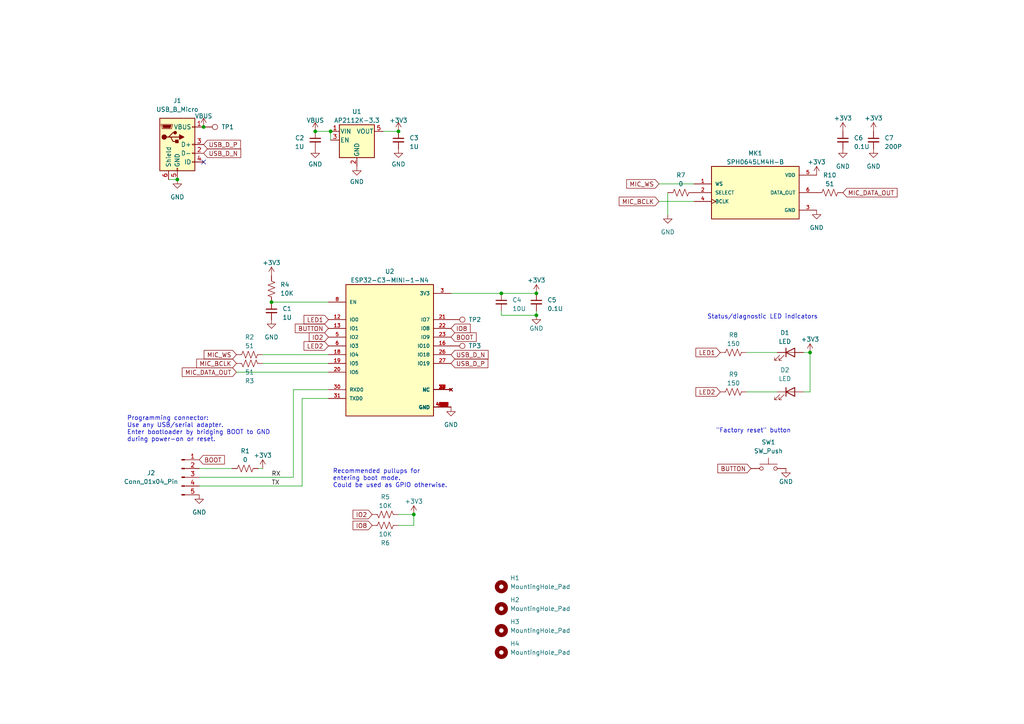
<source format=kicad_sch>
(kicad_sch (version 20230121) (generator eeschema)
  (paper "A4")
  (title_block (title "Noisemeter Device") (date "2024-01-10") (company "Civic Tech Toronto") (comment 1 "Drawn by Clyne Sullivan") (comment 2 "Released under the CERN Open Hardware License Version 2 - Strongly Reciprocal"))
  (lib_symbols
    (symbol "Connector:Conn_01x05_Pin" (pin_names (offset 1.016) hide)
      (property "Reference" "J" (at 0 7.62 0))
      (property "Value" "Conn_01x05_Pin" (at 0 -7.62 0))
      (symbol "Conn_01x05_Pin_1_1"
        (polyline (pts (xy 1.27 -5.08) (xy 0.8636 -5.08)) (stroke (width 0.1524)))
        (polyline (pts (xy 1.27 -2.54) (xy 0.8636 -2.54)) (stroke (width 0.1524)))
        (polyline (pts (xy 1.27 0) (xy 0.8636 0)) (stroke (width 0.1524)))
        (polyline (pts (xy 1.27 2.54) (xy 0.8636 2.54)) (stroke (width 0.1524)))
        (polyline (pts (xy 1.27 5.08) (xy 0.8636 5.08)) (stroke (width 0.1524)))
        (rectangle (start 0.8636 -4.953) (end 0 -5.207) (stroke (width 0.1524)) (fill (type outline)))
        (rectangle (start 0.8636 -2.413) (end 0 -2.667) (stroke (width 0.1524)) (fill (type outline)))
        (rectangle (start 0.8636 0.127) (end 0 -0.127) (stroke (width 0.1524)) (fill (type outline)))
        (rectangle (start 0.8636 2.667) (end 0 2.413) (stroke (width 0.1524)) (fill (type outline)))
        (rectangle (start 0.8636 5.207) (end 0 4.953) (stroke (width 0.1524)) (fill (type outline)))
        (pin passive line (at 5.08 5.08 180) (length 3.81) (name "Pin_1") (number "1"))
        (pin passive line (at 5.08 2.54 180) (length 3.81) (name "Pin_2") (number "2"))
        (pin passive line (at 5.08 0 180) (length 3.81) (name "Pin_3") (number "3"))
        (pin passive line (at 5.08 -2.54 180) (length 3.81) (name "Pin_4") (number "4"))
        (pin passive line (at 5.08 -5.08 180) (length 3.81) (name "Pin_5") (number "5"))
      )
    )
    (symbol "Connector:TestPoint" (pin_numbers hide) (pin_names (offset 0.762) hide)
      (property "Reference" "TP" (at 0 6.858 0))
      (property "Value" "TestPoint" (at 0 5.08 0))
      (symbol "TestPoint_0_1"
        (circle (center 0 3.302) (radius 0.762))
      )
      (symbol "TestPoint_1_1"
        (pin passive line (at 0 0 90) (length 2.54) (name "1") (number "1"))
      )
    )
    (symbol "Connector:USB_B_Micro" (pin_names (offset 1.016))
      (property "Reference" "J" (at -5.08 11.43 0))
      (property "Value" "USB_B_Micro" (at -5.08 8.89 0))
      (symbol "USB_B_Micro_0_1"
        (rectangle (start -5.08 -7.62) (end 5.08 7.62) (stroke (width 0.254)) (fill (type background)))
        (circle (center -3.81 2.159) (radius 0.635) (stroke (width 0.254)) (fill (type outline)))
        (circle (center -0.635 3.429) (radius 0.381) (stroke (width 0.254)) (fill (type outline)))
        (rectangle (start -0.127 -7.62) (end 0.127 -6.858))
        (polyline (pts (xy -1.905 2.159) (xy 0.635 2.159)) (stroke (width 0.254)))
        (polyline (pts (xy -3.175 2.159) (xy -2.54 2.159) (xy -1.27 3.429) (xy -0.635 3.429)) (stroke (width 0.254)))
        (polyline (pts (xy -2.54 2.159) (xy -1.905 2.159) (xy -1.27 0.889) (xy 0 0.889)) (stroke (width 0.254)))
        (polyline (pts (xy 0.635 2.794) (xy 0.635 1.524) (xy 1.905 2.159) (xy 0.635 2.794)) (stroke (width 0.254)) (fill (type outline)))
        (polyline (pts (xy -4.318 5.588) (xy -1.778 5.588) (xy -2.032 4.826) (xy -4.064 4.826) (xy -4.318 5.588)) (fill (type outline)))
        (polyline (pts (xy -4.699 5.842) (xy -4.699 5.588) (xy -4.445 4.826) (xy -4.445 4.572) (xy -1.651 4.572) (xy -1.651 4.826) (xy -1.397 5.588) (xy -1.397 5.842) (xy -4.699 5.842)))
        (rectangle (start 0.254 1.27) (end -0.508 0.508) (stroke (width 0.254)) (fill (type outline)))
        (rectangle (start 5.08 -5.207) (end 4.318 -4.953))
        (rectangle (start 5.08 -2.667) (end 4.318 -2.413))
        (rectangle (start 5.08 -0.127) (end 4.318 0.127))
        (rectangle (start 5.08 4.953) (end 4.318 5.207))
      )
      (symbol "USB_B_Micro_1_1"
        (pin power_out line (at 7.62 5.08 180) (length 2.54) (name "VBUS") (number "1"))
        (pin bidirectional line (at 7.62 -2.54 180) (length 2.54) (name "D-") (number "2"))
        (pin bidirectional line (at 7.62 0 180) (length 2.54) (name "D+") (number "3"))
        (pin passive line (at 7.62 -5.08 180) (length 2.54) (name "ID") (number "4"))
        (pin power_out line (at 0 -10.16 90) (length 2.54) (name "GND") (number "5"))
        (pin passive line (at -2.54 -10.16 90) (length 2.54) (name "Shield") (number "6"))
      )
    )
    (symbol "Device:C_Small" (pin_numbers hide) (pin_names (offset 0.254) hide)
      (property "Reference" "C" (at 0.254 1.778 0))
      (property "Value" "C_Small" (at 0.254 -2.032 0))
      (symbol "C_Small_0_1"
        (polyline (pts (xy -1.524 -0.508) (xy 1.524 -0.508)) (stroke (width 0.3302)))
        (polyline (pts (xy -1.524 0.508) (xy 1.524 0.508)) (stroke (width 0.3048)))
      )
      (symbol "C_Small_1_1"
        (pin passive line (at 0 2.54 270) (length 2.032) (name "~") (number "1"))
        (pin passive line (at 0 -2.54 90) (length 2.032) (name "~") (number "2"))
      )
    )
    (symbol "Device:LED" (pin_numbers hide) (pin_names (offset 1.016) hide)
      (property "Reference" "D" (at 0 2.54 0))
      (property "Value" "LED" (at 0 -2.54 0))
      (symbol "LED_0_1"
        (polyline (pts (xy -1.27 -1.27) (xy -1.27 1.27)) (stroke (width 0.254)))
        (polyline (pts (xy -1.27 0) (xy 1.27 0)))
        (polyline (pts (xy 1.27 -1.27) (xy 1.27 1.27) (xy -1.27 0) (xy 1.27 -1.27)) (stroke (width 0.254)))
        (polyline (pts (xy -3.048 -0.762) (xy -4.572 -2.286) (xy -3.81 -2.286) (xy -4.572 -2.286) (xy -4.572 -1.524)))
        (polyline (pts (xy -1.778 -0.762) (xy -3.302 -2.286) (xy -2.54 -2.286) (xy -3.302 -2.286) (xy -3.302 -1.524)))
      )
      (symbol "LED_1_1"
        (pin passive line (at -3.81 0 0) (length 2.54) (name "K") (number "1"))
        (pin passive line (at 3.81 0 180) (length 2.54) (name "A") (number "2"))
      )
    )
    (symbol "Device:R_US" (pin_numbers hide) (pin_names (offset 0))
      (property "Reference" "R" (at 2.54 0 90))
      (property "Value" "R_US" (at -2.54 0 90))
      (symbol "R_US_0_1"
        (polyline (pts (xy 0 -2.286) (xy 0 -2.54)))
        (polyline (pts (xy 0 2.286) (xy 0 2.54)))
        (polyline (pts (xy 0 -0.762) (xy 1.016 -1.143) (xy 0 -1.524) (xy -1.016 -1.905) (xy 0 -2.286)))
        (polyline (pts (xy 0 0.762) (xy 1.016 0.381) (xy 0 0) (xy -1.016 -0.381) (xy 0 -0.762)))
        (polyline (pts (xy 0 2.286) (xy 1.016 1.905) (xy 0 1.524) (xy -1.016 1.143) (xy 0 0.762)))
      )
      (symbol "R_US_1_1"
        (pin passive line (at 0 3.81 270) (length 1.27) (name "~") (number "1"))
        (pin passive line (at 0 -3.81 90) (length 1.27) (name "~") (number "2"))
      )
    )
    (symbol "Mechanical:MountingHole" (pin_names (offset 1.016))
      (property "Reference" "H" (at 0 5.08 0))
      (property "Value" "MountingHole" (at 0 3.175 0))
      (symbol "MountingHole_0_1"
        (circle (center 0 0) (radius 1.27) (stroke (width 1.27)))
      )
    )
    (symbol "Regulator_Linear:AP2112K-3.3" (pin_names (offset 0.254))
      (property "Reference" "U" (at -5.08 5.715 0))
      (property "Value" "AP2112K-3.3" (at 0 5.715 0))
      (symbol "AP2112K-3.3_0_1"
        (rectangle (start -5.08 4.445) (end 5.08 -5.08) (stroke (width 0.254)) (fill (type background)))
      )
      (symbol "AP2112K-3.3_1_1"
        (pin power_in line (at -7.62 2.54 0) (length 2.54) (name "VIN") (number "1"))
        (pin power_in line (at 0 -7.62 90) (length 2.54) (name "GND") (number "2"))
        (pin input line (at -7.62 0 0) (length 2.54) (name "EN") (number "3"))
        (pin no_connect line (at 5.08 0 180) (length 2.54) hide (name "NC") (number "4"))
        (pin power_out line (at 7.62 2.54 180) (length 2.54) (name "VOUT") (number "5"))
      )
    )
    (symbol "Switch:SW_Push" (pin_numbers hide) (pin_names (offset 1.016) hide)
      (property "Reference" "SW" (at 1.27 2.54 0))
      (property "Value" "SW_Push" (at 0 -1.524 0))
      (symbol "SW_Push_0_1"
        (circle (center -2.032 0) (radius 0.508))
        (polyline (pts (xy 0 1.27) (xy 0 3.048)))
        (polyline (pts (xy 2.54 1.27) (xy -2.54 1.27)))
        (circle (center 2.032 0) (radius 0.508))
        (pin passive line (at -5.08 0 0) (length 2.54) (name "1") (number "1"))
        (pin passive line (at 5.08 0 180) (length 2.54) (name "2") (number "2"))
      )
    )
    (symbol "noisemeter:ESP32-C3-MINI-1-N4" (pin_names (offset 1.016))
      (property "Reference" "U" (at -12.7 18.796 0))
      (property "Value" "ESP32-C3-MINI-1-N4" (at -12.7 -22.86 0))
      (symbol "ESP32-C3-MINI-1-N4_0_0"
        (rectangle (start -12.7 -20.32) (end 12.7 17.78) (stroke (width 0.254)) (fill (type background)))
        (pin power_in line (at 17.78 -17.78 180) (length 5.08) (name "GND") (number "1"))
        (pin no_connect line (at 17.78 -12.7 180) (length 5.08) (name "NC") (number "10"))
        (pin power_in line (at 17.78 -17.78 180) (length 5.08) (name "GND") (number "11"))
        (pin bidirectional line (at -17.78 7.62 0) (length 5.08) (name "IO0") (number "12"))
        (pin bidirectional line (at -17.78 5.08 0) (length 5.08) (name "IO1") (number "13"))
        (pin power_in line (at 17.78 -17.78 180) (length 5.08) (name "GND") (number "14"))
        (pin no_connect line (at 17.78 -12.7 180) (length 5.08) (name "NC") (number "15"))
        (pin bidirectional line (at 17.78 0 180) (length 5.08) (name "IO10") (number "16"))
        (pin no_connect line (at 17.78 -12.7 180) (length 5.08) (name "NC") (number "17"))
        (pin bidirectional line (at -17.78 -2.54 0) (length 5.08) (name "IO4") (number "18"))
        (pin bidirectional line (at -17.78 -5.08 0) (length 5.08) (name "IO5") (number "19"))
        (pin power_in line (at 17.78 -17.78 180) (length 5.08) (name "GND") (number "2"))
        (pin bidirectional line (at -17.78 -7.62 0) (length 5.08) (name "IO6") (number "20"))
        (pin bidirectional line (at 17.78 7.62 180) (length 5.08) (name "IO7") (number "21"))
        (pin bidirectional line (at 17.78 5.08 180) (length 5.08) (name "IO8") (number "22"))
        (pin bidirectional line (at 17.78 2.54 180) (length 5.08) (name "IO9") (number "23"))
        (pin no_connect line (at 17.78 -12.7 180) (length 5.08) (name "NC") (number "24"))
        (pin no_connect line (at 17.78 -12.7 180) (length 5.08) (name "NC") (number "25"))
        (pin bidirectional line (at 17.78 -2.54 180) (length 5.08) (name "IO18") (number "26"))
        (pin bidirectional line (at 17.78 -5.08 180) (length 5.08) (name "IO19") (number "27"))
        (pin no_connect line (at 17.78 -12.7 180) (length 5.08) (name "NC") (number "28"))
        (pin no_connect line (at 17.78 -12.7 180) (length 5.08) (name "NC") (number "29"))
        (pin power_in line (at 17.78 15.24 180) (length 5.08) (name "3V3") (number "3"))
        (pin bidirectional line (at -17.78 -12.7 0) (length 5.08) (name "RXD0") (number "30"))
        (pin bidirectional line (at -17.78 -15.24 0) (length 5.08) (name "TXD0") (number "31"))
        (pin no_connect line (at 17.78 -12.7 180) (length 5.08) (name "NC") (number "32"))
        (pin no_connect line (at 17.78 -12.7 180) (length 5.08) (name "NC") (number "33"))
        (pin no_connect line (at 17.78 -12.7 180) (length 5.08) (name "NC") (number "34"))
        (pin no_connect line (at 17.78 -12.7 180) (length 5.08) (name "NC") (number "35"))
        (pin power_in line (at 17.78 -17.78 180) (length 5.08) (name "GND") (number "36"))
        (pin power_in line (at 17.78 -17.78 180) (length 5.08) (name "GND") (number "37"))
        (pin power_in line (at 17.78 -17.78 180) (length 5.08) (name "GND") (number "38"))
        (pin power_in line (at 17.78 -17.78 180) (length 5.08) (name "GND") (number "39"))
        (pin no_connect line (at 17.78 -12.7 180) (length 5.08) (name "NC") (number "4"))
        (pin power_in line (at 17.78 -17.78 180) (length 5.08) (name "GND") (number "40"))
        (pin power_in line (at 17.78 -17.78 180) (length 5.08) (name "GND") (number "41"))
        (pin power_in line (at 17.78 -17.78 180) (length 5.08) (name "GND") (number "42"))
        (pin power_in line (at 17.78 -17.78 180) (length 5.08) (name "GND") (number "43"))
        (pin power_in line (at 17.78 -17.78 180) (length 5.08) (name "GND") (number "44"))
        (pin power_in line (at 17.78 -17.78 180) (length 5.08) (name "GND") (number "45"))
        (pin power_in line (at 17.78 -17.78 180) (length 5.08) (name "GND") (number "46"))
        (pin power_in line (at 17.78 -17.78 180) (length 5.08) (name "GND") (number "47"))
        (pin power_in line (at 17.78 -17.78 180) (length 5.08) (name "GND") (number "48"))
        (pin power_in line (at 17.78 -17.78 180) (length 5.08) (name "GND") (number "49_1"))
        (pin power_in line (at 17.78 -17.78 180) (length 5.08) (name "GND") (number "49_2"))
        (pin power_in line (at 17.78 -17.78 180) (length 5.08) (name "GND") (number "49_3"))
        (pin power_in line (at 17.78 -17.78 180) (length 5.08) (name "GND") (number "49_4"))
        (pin power_in line (at 17.78 -17.78 180) (length 5.08) (name "GND") (number "49_5"))
        (pin power_in line (at 17.78 -17.78 180) (length 5.08) (name "GND") (number "49_6"))
        (pin power_in line (at 17.78 -17.78 180) (length 5.08) (name "GND") (number "49_7"))
        (pin power_in line (at 17.78 -17.78 180) (length 5.08) (name "GND") (number "49_8"))
        (pin power_in line (at 17.78 -17.78 180) (length 5.08) (name "GND") (number "49_9"))
        (pin bidirectional line (at -17.78 2.54 0) (length 5.08) (name "IO2") (number "5"))
        (pin power_in line (at 17.78 -17.78 180) (length 5.08) (name "GND") (number "50"))
        (pin power_in line (at 17.78 -17.78 180) (length 5.08) (name "GND") (number "51"))
        (pin power_in line (at 17.78 -17.78 180) (length 5.08) (name "GND") (number "52"))
        (pin power_in line (at 17.78 -17.78 180) (length 5.08) (name "GND") (number "53"))
        (pin bidirectional line (at -17.78 0 0) (length 5.08) (name "IO3") (number "6"))
        (pin no_connect line (at 17.78 -12.7 180) (length 5.08) (name "NC") (number "7"))
        (pin input line (at -17.78 12.7 0) (length 5.08) (name "EN") (number "8"))
        (pin no_connect line (at 17.78 -12.7 180) (length 5.08) (name "NC") (number "9"))
      )
    )
    (symbol "noisemeter:SPH0645LM4H-B" (pin_names (offset 1.016))
      (property "Reference" "MK" (at -12.7399 8.1466 0))
      (property "Value" "SPH0645LM4H-B" (at -12.7473 -10.1926 0))
      (symbol "SPH0645LM4H-B_0_0"
        (rectangle (start -12.7 -7.62) (end 12.7 7.62) (stroke (width 0.254)) (fill (type background)))
        (pin input line (at -17.78 2.54 0) (length 5.08) (name "WS") (number "1"))
        (pin input line (at -17.78 0 0) (length 5.08) (name "SELECT") (number "2"))
        (pin power_in line (at 17.78 -5.08 180) (length 5.08) (name "GND") (number "3"))
        (pin input clock (at -17.78 -2.54 0) (length 5.08) (name "BCLK") (number "4"))
        (pin power_in line (at 17.78 5.08 180) (length 5.08) (name "VDD") (number "5"))
        (pin output line (at 17.78 0 180) (length 5.08) (name "DATA_OUT") (number "6"))
      )
    )
    (symbol "power:+3V3" (power) (pin_names (offset 0))
      (property "Value" "+3V3" (at 0 3.556 0))
      (symbol "+3V3_0_1"
        (polyline (pts (xy -0.762 1.27) (xy 0 2.54)))
        (polyline (pts (xy 0 0) (xy 0 2.54)))
        (polyline (pts (xy 0 2.54) (xy 0.762 1.27)))
      )
      (symbol "+3V3_1_1"
        (pin power_in line (at 0 0 90) (length 0) hide (name "+3V3") (number "1"))
      )
    )
    (symbol "power:GND" (power) (pin_names (offset 0))
      (property "Value" "GND" (at 0 -3.81 0))
      (symbol "GND_0_1"
        (polyline (pts (xy 0 0) (xy 0 -1.27) (xy 1.27 -1.27) (xy 0 -2.54) (xy -1.27 -1.27) (xy 0 -1.27)))
      )
      (symbol "GND_1_1"
        (pin power_in line (at 0 0 270) (length 0) hide (name "GND") (number "1"))
      )
    )
    (symbol "power:VBUS" (power) (pin_names (offset 0))
      (property "Value" "VBUS" (at 0 3.81 0))
      (symbol "VBUS_0_1"
        (polyline (pts (xy -0.762 1.27) (xy 0 2.54)))
        (polyline (pts (xy 0 0) (xy 0 2.54)))
        (polyline (pts (xy 0 2.54) (xy 0.762 1.27)))
      )
      (symbol "VBUS_1_1"
        (pin power_in line (at 0 0 90) (length 0) hide (name "VBUS") (number "1"))
      )
    )
  )
  (junction (at 234.95 102.235))
  (junction (at 120.015 149.225))
  (junction (at 59.055 36.83))
  (junction (at 78.74 87.63))
  (junction (at 115.57 38.1))
  (junction (at 51.435 52.07))
  (junction (at 91.44 38.1))
  (junction (at 145.415 85.09))
  (junction (at 95.885 38.1))
  (junction (at 155.575 91.44))
  (junction (at 155.575 85.09))
  (no_connect (at 59.055 46.99))
  (wire (pts (xy 234.95 102.235) (xy 233.045 102.235)))
  (wire (pts (xy 87.63 115.57) (xy 95.25 115.57)))
  (wire (pts (xy 95.885 38.1) (xy 95.885 40.64)))
  (wire (pts (xy 145.415 91.44) (xy 155.575 91.44)))
  (wire (pts (xy 74.93 135.89) (xy 76.2 135.89)))
  (wire (pts (xy 111.125 38.1) (xy 115.57 38.1)))
  (wire (pts (xy 191.135 58.42) (xy 201.295 58.42)))
  (wire (pts (xy 57.785 140.97) (xy 87.63 140.97)))
  (wire (pts (xy 76.2 105.41) (xy 95.25 105.41)))
  (wire (pts (xy 191.135 53.34) (xy 201.295 53.34)))
  (wire (pts (xy 193.675 55.88) (xy 193.675 62.23)))
  (wire (pts (xy 76.2 102.87) (xy 95.25 102.87)))
  (wire (pts (xy 87.63 140.97) (xy 87.63 115.57)))
  (wire (pts (xy 155.575 91.44) (xy 155.575 90.17)))
  (wire (pts (xy 145.415 85.09) (xy 155.575 85.09)))
  (wire (pts (xy 57.785 135.89) (xy 67.31 135.89)))
  (wire (pts (xy 234.95 113.665) (xy 234.95 102.235)))
  (wire (pts (xy 115.57 149.225) (xy 120.015 149.225)))
  (wire (pts (xy 48.895 52.07) (xy 51.435 52.07)))
  (wire (pts (xy 145.415 91.44) (xy 145.415 90.17)))
  (wire (pts (xy 85.09 113.03) (xy 95.25 113.03)))
  (wire (pts (xy 130.81 85.09) (xy 145.415 85.09)))
  (wire (pts (xy 216.535 113.665) (xy 225.425 113.665)))
  (wire (pts (xy 115.57 152.4) (xy 120.015 152.4)))
  (wire (pts (xy 85.09 138.43) (xy 85.09 113.03)))
  (wire (pts (xy 233.045 113.665) (xy 234.95 113.665)))
  (wire (pts (xy 216.535 102.235) (xy 225.425 102.235)))
  (wire (pts (xy 78.74 87.63) (xy 95.25 87.63)))
  (wire (pts (xy 57.785 138.43) (xy 85.09 138.43)))
  (wire (pts (xy 91.44 38.1) (xy 95.885 38.1)))
  (wire (pts (xy 68.58 107.95) (xy 95.25 107.95)))
  (wire (pts (xy 120.015 149.225) (xy 120.015 152.4)))
  (text "Status/diagnostic LED indicators" (at 205.105 92.71 0) (effects (font (size 1.27 1.27)) (justify left bottom)))
  (text "Recommended pullups for\nentering boot mode.\nCould be used as GPIO otherwise." (at 96.52 141.605 0) (effects (font (size 1.27 1.27)) (justify left bottom)))
  (text "Programming connector:\nUse any USB/serial adapter.\nEnter bootloader by bridging BOOT to GND\nduring power-on or reset." (at 36.83 128.27 0) (effects (font (size 1.27 1.27)) (justify left bottom)))
  (text "\"Factory reset\" button" (at 207.645 125.73 0) (effects (font (size 1.27 1.27)) (justify left bottom)))
  (label "TX" (at 78.74 140.97 0))
  (label "RX" (at 78.74 138.43 0))
  (global_label "LED1" (shape input) (at 95.25 92.71 180) (property "Intersheetrefs" "${INTERSHEET_REFS}" (effects hide)))
  (global_label "IO2" (shape input) (at 107.95 149.225 180) (property "Intersheetrefs" "${INTERSHEET_REFS}" (effects hide)))
  (global_label "USB_D_P" (shape input) (at 59.055 41.91 0) (property "Intersheetrefs" "${INTERSHEET_REFS}" (effects hide)))
  (global_label "MIC_WS" (shape input) (at 191.135 53.34 180) (property "Intersheetrefs" "${INTERSHEET_REFS}" (effects hide)))
  (global_label "IO8" (shape input) (at 130.81 95.25 0) (property "Intersheetrefs" "${INTERSHEET_REFS}" (effects hide)))
  (global_label "MIC_DATA_OUT" (shape input) (at 68.58 107.95 180) (property "Intersheetrefs" "${INTERSHEET_REFS}" (effects hide)))
  (global_label "BUTTON" (shape input) (at 217.805 135.89 180) (property "Intersheetrefs" "${INTERSHEET_REFS}" (effects hide)))
  (global_label "IO8" (shape input) (at 107.95 152.4 180) (property "Intersheetrefs" "${INTERSHEET_REFS}" (effects hide)))
  (global_label "USB_D_P" (shape input) (at 130.81 105.41 0) (property "Intersheetrefs" "${INTERSHEET_REFS}" (effects hide)))
  (global_label "USB_D_N" (shape input) (at 130.81 102.87 0) (property "Intersheetrefs" "${INTERSHEET_REFS}" (effects hide)))
  (global_label "BOOT" (shape input) (at 130.81 97.79 0) (property "Intersheetrefs" "${INTERSHEET_REFS}" (effects hide)))
  (global_label "BUTTON" (shape input) (at 95.25 95.25 180) (property "Intersheetrefs" "${INTERSHEET_REFS}" (effects hide)))
  (global_label "BOOT" (shape input) (at 57.785 133.35 0) (property "Intersheetrefs" "${INTERSHEET_REFS}" (effects hide)))
  (global_label "MIC_WS" (shape input) (at 68.58 102.87 180) (property "Intersheetrefs" "${INTERSHEET_REFS}" (effects hide)))
  (global_label "MIC_BCLK" (shape input) (at 191.135 58.42 180) (property "Intersheetrefs" "${INTERSHEET_REFS}" (effects hide)))
  (global_label "LED2" (shape input) (at 208.915 113.665 180) (property "Intersheetrefs" "${INTERSHEET_REFS}" (effects hide)))
  (global_label "MIC_DATA_OUT" (shape input) (at 244.475 55.88 0) (property "Intersheetrefs" "${INTERSHEET_REFS}" (effects hide)))
  (global_label "MIC_BCLK" (shape input) (at 68.58 105.41 180) (property "Intersheetrefs" "${INTERSHEET_REFS}" (effects hide)))
  (global_label "IO2" (shape input) (at 95.25 97.79 180) (property "Intersheetrefs" "${INTERSHEET_REFS}" (effects hide)))
  (global_label "LED2" (shape input) (at 95.25 100.33 180) (property "Intersheetrefs" "${INTERSHEET_REFS}" (effects hide)))
  (global_label "LED1" (shape input) (at 208.915 102.235 180) (property "Intersheetrefs" "${INTERSHEET_REFS}" (effects hide)))
  (global_label "USB_D_N" (shape input) (at 59.055 44.45 0) (property "Intersheetrefs" "${INTERSHEET_REFS}" (effects hide)))
  (symbol (lib_id "power:GND") (at 244.475 43.18 0) (unit 1)
    (property "Reference" "#PWR022" (effects hide))
    (property "Value" "GND" (at 244.475 48.26 0))
  )
  (symbol (lib_id "noisemeter:ESP32-C3-MINI-1-N4") (at 113.03 100.33 0) (unit 1)
    (property "Reference" "U2" (at 113.03 78.74 0))
    (property "Value" "ESP32-C3-MINI-1-N4" (at 113.03 81.28 0))
    (property "Footprint" "noisemeter:XCVR_ESP32-C3-MINI-1-N4" (effects hide))
    (property "Part Number" "ESP32-C3-MINI-1-N4" (effects hide))
  )
  (symbol (lib_id "Device:LED") (at 229.235 102.235 0) (unit 1)
    (property "Reference" "D1" (at 227.6475 96.52 0))
    (property "Value" "LED" (at 227.6475 99.06 0))
    (property "Footprint" "LED_SMD:LED_0603_1608Metric" (effects hide))
    (property "Part Number" "LTST-C190GKT" (effects hide))
  )
  (symbol (lib_id "Mechanical:MountingHole") (at 145.415 176.53 0) (unit 1)
    (property "Reference" "H2" (at 147.955 173.99 0) (effects (justify left)))
    (property "Value" "MountingHole_Pad" (at 147.955 176.53 0) (effects (justify left)))
    (property "Footprint" "MountingHole:MountingHole_2.5mm" (effects hide))
  )
  (symbol (lib_id "power:GND") (at 57.785 143.51 0) (unit 1)
    (property "Reference" "#PWR03" (effects hide))
    (property "Value" "GND" (at 57.785 148.59 0))
  )
  (symbol (lib_id "power:GND") (at 130.81 118.11 0) (unit 1)
    (property "Reference" "#PWR013" (effects hide))
    (property "Value" "GND" (at 130.81 123.19 0))
  )
  (symbol (lib_id "power:GND") (at 236.855 60.96 0) (unit 1)
    (property "Reference" "#PWR020" (effects hide))
    (property "Value" "GND" (at 236.855 66.04 0))
  )
  (symbol (lib_id "power:VBUS") (at 59.055 36.83 0) (unit 1)
    (property "Reference" "#PWR02" (effects hide))
    (property "Value" "VBUS" (at 59.055 33.655 0))
  )
  (symbol (lib_id "power:GND") (at 115.57 43.18 0) (unit 1)
    (property "Reference" "#PWR011" (effects hide))
    (property "Value" "GND" (at 115.57 47.625 0))
  )
  (symbol (lib_id "power:+3V3") (at 236.855 50.8 0) (unit 1)
    (property "Reference" "#PWR019" (effects hide))
    (property "Value" "+3V3" (at 236.855 46.99 0))
  )
  (symbol (lib_id "Device:R_US") (at 111.76 149.225 90) (mirror x) (unit 1)
    (property "Reference" "R5" (at 111.76 144.145 90))
    (property "Value" "10K" (at 111.76 146.685 90))
    (property "Footprint" "Resistor_SMD:R_0603_1608Metric" (effects hide))
    (property "Part Number" "RC0603JR-0710KL" (effects hide))
  )
  (symbol (lib_id "Switch:SW_Push") (at 222.885 135.89 0) (unit 1)
    (property "Reference" "SW1" (at 222.885 128.27 0))
    (property "Value" "SW_Push" (at 222.885 130.81 0))
    (property "Footprint" "Button_Switch_SMD:SW_SPST_TL3305A" (effects hide))
    (property "Part Number" "TL3305AF260QG" (effects hide))
  )
  (symbol (lib_id "Connector:USB_B_Micro") (at 51.435 41.91 0) (unit 1)
    (property "Reference" "J1" (at 51.435 29.21 0))
    (property "Value" "USB_B_Micro" (at 51.435 31.75 0))
    (property "Footprint" "Connector_USB:USB_Micro-B_Molex_47346-0001" (effects hide))
    (property "Part Number" "0473461001" (effects hide))
  )
  (symbol (lib_id "power:GND") (at 91.44 43.18 0) (unit 1)
    (property "Reference" "#PWR08" (effects hide))
    (property "Value" "GND" (at 91.44 47.625 0))
  )
  (symbol (lib_id "Device:C_Small") (at 155.575 87.63 0) (mirror y) (unit 1)
    (property "Reference" "C5" (at 158.75 87.0013 0) (effects (justify right)))
    (property "Value" "0.1U" (at 158.75 89.5413 0) (effects (justify right)))
    (property "Footprint" "Capacitor_SMD:C_0603_1608Metric" (effects hide))
    (property "Part Number" "CL10B104KA8NNNC" (effects hide))
  )
  (symbol (lib_id "power:+3V3") (at 234.95 102.235 0) (unit 1)
    (property "Reference" "#PWR018" (effects hide))
    (property "Value" "+3V3" (at 234.95 98.425 0))
  )
  (symbol (lib_id "Device:LED") (at 229.235 113.665 0) (unit 1)
    (property "Reference" "D2" (at 227.6475 107.315 0))
    (property "Value" "LED" (at 227.6475 109.855 0))
    (property "Footprint" "LED_SMD:LED_0603_1608Metric" (effects hide))
    (property "Part Number" "LTST-C190GKT" (effects hide))
  )
  (symbol (lib_id "Connector:TestPoint") (at 130.81 92.71 270) (unit 1)
    (property "Reference" "TP2" (at 135.89 92.71 90) (effects (justify left)))
    (property "Value" "TestPoint" (effects hide))
    (property "Footprint" "TestPoint:TestPoint_Pad_D1.5mm" (effects hide))
  )
  (symbol (lib_id "Device:C_Small") (at 91.44 40.64 0) (unit 1)
    (property "Reference" "C2" (at 88.265 40.0113 0) (effects (justify right)))
    (property "Value" "1U" (at 88.265 42.5513 0) (effects (justify right)))
    (property "Footprint" "Capacitor_SMD:C_0603_1608Metric" (effects hide))
    (property "Part Number" "CL10A105KA8NNNC" (effects hide))
  )
  (symbol (lib_id "power:GND") (at 227.965 135.89 0) (unit 1)
    (property "Reference" "#PWR017" (effects hide))
    (property "Value" "GND" (at 227.965 139.7 0))
  )
  (symbol (lib_id "Device:R_US") (at 212.725 102.235 90) (unit 1)
    (property "Reference" "R8" (at 212.725 97.155 90))
    (property "Value" "150" (at 212.725 99.695 90))
    (property "Footprint" "Resistor_SMD:R_0603_1608Metric" (effects hide))
    (property "Part Number" "RC0603JR-07150RL" (effects hide))
  )
  (symbol (lib_id "power:+3V3") (at 120.015 149.225 0) (unit 1)
    (property "Reference" "#PWR012" (effects hide))
    (property "Value" "+3V3" (at 120.015 145.415 0))
  )
  (symbol (lib_id "Connector:TestPoint") (at 59.055 36.83 270) (unit 1)
    (property "Reference" "TP1" (at 66.04 36.83 90))
    (property "Value" "TestPoint" (effects hide))
    (property "Footprint" "TestPoint:TestPoint_Pad_D1.5mm" (effects hide))
  )
  (symbol (lib_id "power:VBUS") (at 91.44 38.1 0) (unit 1)
    (property "Reference" "#PWR07" (effects hide))
    (property "Value" "VBUS" (at 91.44 34.925 0))
  )
  (symbol (lib_id "power:+3V3") (at 244.475 38.1 0) (unit 1)
    (property "Reference" "#PWR021" (effects hide))
    (property "Value" "+3V3" (at 244.475 34.29 0))
  )
  (symbol (lib_id "Device:R_US") (at 72.39 102.87 90) (unit 1)
    (property "Reference" "R2" (at 72.39 97.79 90))
    (property "Value" "51" (at 72.39 100.33 90))
    (property "Footprint" "Resistor_SMD:R_0603_1608Metric" (effects hide))
    (property "Part Number" "RC0603JR-0751RL" (effects hide))
  )
  (symbol (lib_id "power:+3V3") (at 115.57 38.1 0) (unit 1)
    (property "Reference" "#PWR010" (effects hide))
    (property "Value" "+3V3" (at 115.57 34.925 0))
  )
  (symbol (lib_id "power:GND") (at 193.675 62.23 0) (unit 1)
    (property "Reference" "#PWR016" (effects hide))
    (property "Value" "GND" (at 193.675 67.31 0))
  )
  (symbol (lib_id "Device:C_Small") (at 115.57 40.64 0) (mirror y) (unit 1)
    (property "Reference" "C3" (at 118.745 40.0113 0) (effects (justify right)))
    (property "Value" "1U" (at 118.745 42.5513 0) (effects (justify right)))
    (property "Footprint" "Capacitor_SMD:C_0603_1608Metric" (effects hide))
    (property "Part Number" "CL10A105KA8NNNC" (effects hide))
  )
  (symbol (lib_id "Device:R_US") (at 111.76 152.4 90) (unit 1)
    (property "Reference" "R6" (at 111.76 157.48 90))
    (property "Value" "10K" (at 111.76 154.94 90))
    (property "Footprint" "Resistor_SMD:R_0603_1608Metric" (effects hide))
    (property "Part Number" "RC0603JR-0710KL" (effects hide))
  )
  (symbol (lib_id "Device:R_US") (at 212.725 113.665 90) (unit 1)
    (property "Reference" "R9" (at 212.725 108.585 90))
    (property "Value" "150" (at 212.725 111.125 90))
    (property "Footprint" "Resistor_SMD:R_0603_1608Metric" (effects hide))
    (property "Part Number" "RC0603JR-07150RL" (effects hide))
  )
  (symbol (lib_id "Device:R_US") (at 72.39 105.41 90) (mirror x) (unit 1)
    (property "Reference" "R3" (at 72.39 110.49 90))
    (property "Value" "51" (at 72.39 107.95 90))
    (property "Footprint" "Resistor_SMD:R_0603_1608Metric" (effects hide))
    (property "Part Number" "RC0603JR-0751RL" (effects hide))
  )
  (symbol (lib_id "Device:R_US") (at 197.485 55.88 90) (unit 1)
    (property "Reference" "R7" (at 197.485 50.8 90))
    (property "Value" "0" (at 197.485 53.34 90))
    (property "Footprint" "Resistor_SMD:R_0603_1608Metric" (effects hide))
    (property "Part Number" "RC0603JR-070RL" (effects hide))
  )
  (symbol (lib_id "power:GND") (at 51.435 52.07 0) (unit 1)
    (property "Reference" "#PWR01" (effects hide))
    (property "Value" "GND" (at 51.435 57.15 0))
  )
  (symbol (lib_id "Device:R_US") (at 78.74 83.82 180) (unit 1)
    (property "Reference" "R4" (at 81.28 82.55 0) (effects (justify right)))
    (property "Value" "10K" (at 81.28 85.09 0) (effects (justify right)))
    (property "Footprint" "Resistor_SMD:R_0603_1608Metric" (effects hide))
    (property "Part Number" "RC0603JR-0710KL" (effects hide))
  )
  (symbol (lib_id "power:+3V3") (at 76.2 135.89 0) (unit 1)
    (property "Reference" "#PWR04" (effects hide))
    (property "Value" "+3V3" (at 76.2 132.08 0))
  )
  (symbol (lib_id "power:GND") (at 78.74 92.71 0) (unit 1)
    (property "Reference" "#PWR06" (effects hide))
    (property "Value" "GND" (at 78.74 97.79 0))
  )
  (symbol (lib_id "Regulator_Linear:AP2112K-3.3") (at 103.505 40.64 0) (unit 1)
    (property "Reference" "U1" (at 103.505 32.385 0))
    (property "Value" "AP2112K-3.3" (at 103.505 34.925 0))
    (property "Footprint" "Package_TO_SOT_SMD:SOT-23-5" (effects hide))
    (property "Datasheet" "https://www.diodes.com/assets/Datasheets/AP2112.pdf" (effects hide))
    (property "Part Number" "AP2112K-3.3" (effects hide))
  )
  (symbol (lib_id "power:+3V3") (at 78.74 80.01 0) (unit 1)
    (property "Reference" "#PWR05" (effects hide))
    (property "Value" "+3V3" (at 78.74 76.2 0))
  )
  (symbol (lib_id "Device:C_Small") (at 244.475 40.64 0) (mirror y) (unit 1)
    (property "Reference" "C6" (at 247.65 40.0113 0) (effects (justify right)))
    (property "Value" "0.1U" (at 247.65 42.5513 0) (effects (justify right)))
    (property "Footprint" "Capacitor_SMD:C_0603_1608Metric" (effects hide))
    (property "Part Number" "CL10B104KA8NNNC" (effects hide))
  )
  (symbol (lib_id "power:+3V3") (at 253.365 38.1 0) (unit 1)
    (property "Reference" "#PWR023" (effects hide))
    (property "Value" "+3V3" (at 253.365 34.29 0))
  )
  (symbol (lib_id "Connector:Conn_01x05_Pin") (at 52.705 138.43 0) (unit 1)
    (property "Reference" "J2" (at 43.815 137.16 0))
    (property "Value" "Conn_01x04_Pin" (at 43.815 139.7 0))
    (property "Footprint" "Connector_PinHeader_2.54mm:PinHeader_1x05_P2.54mm_Vertical" (effects hide))
  )
  (symbol (lib_id "Connector:TestPoint") (at 130.81 100.33 270) (unit 1)
    (property "Reference" "TP3" (at 135.89 100.33 90) (effects (justify left)))
    (property "Value" "TestPoint" (effects hide))
    (property "Footprint" "TestPoint:TestPoint_Pad_D1.5mm" (effects hide))
  )
  (symbol (lib_id "Device:C_Small") (at 145.415 87.63 0) (mirror y) (unit 1)
    (property "Reference" "C4" (at 148.59 87.0013 0) (effects (justify right)))
    (property "Value" "10U" (at 148.59 89.5413 0) (effects (justify right)))
    (property "Footprint" "Capacitor_SMD:C_0805_2012Metric" (effects hide))
    (property "Part Number" "CL21A106KOQNNNE" (effects hide))
  )
  (symbol (lib_id "Device:C_Small") (at 78.74 90.17 0) (mirror y) (unit 1)
    (property "Reference" "C1" (at 81.915 89.5413 0) (effects (justify right)))
    (property "Value" "1U" (at 81.915 92.0813 0) (effects (justify right)))
    (property "Footprint" "Capacitor_SMD:C_0603_1608Metric" (effects hide))
    (property "Part Number" "CL10A105KA8NNNC" (effects hide))
  )
  (symbol (lib_id "power:+3V3") (at 155.575 85.09 0) (unit 1)
    (property "Reference" "#PWR014" (effects hide))
    (property "Value" "+3V3" (at 155.575 81.28 0))
  )
  (symbol (lib_id "noisemeter:SPH0645LM4H-B") (at 219.075 55.88 0) (unit 1)
    (property "Reference" "MK1" (at 219.075 44.45 0))
    (property "Value" "SPH0645LM4H-B" (at 219.075 46.99 0))
    (property "Footprint" "noisemeter:MIC_SPH0645LM4H-B" (effects hide))
    (property "Part Number" "SPH0645LM4H-B" (effects hide))
  )
  (symbol (lib_id "Mechanical:MountingHole") (at 145.415 189.23 0) (unit 1)
    (property "Reference" "H4" (at 147.955 186.69 0) (effects (justify left)))
    (property "Value" "MountingHole_Pad" (at 147.955 189.23 0) (effects (justify left)))
    (property "Footprint" "MountingHole:MountingHole_2.5mm" (effects hide))
  )
  (symbol (lib_id "Device:R_US") (at 71.12 135.89 90) (unit 1)
    (property "Reference" "R1" (at 71.12 130.81 90))
    (property "Value" "0" (at 71.12 133.35 90))
    (property "Footprint" "Resistor_SMD:R_0603_1608Metric" (effects hide))
    (property "Part Number" "RC0603JR-070RL" (effects hide))
  )
  (symbol (lib_id "Device:R_US") (at 240.665 55.88 90) (unit 1)
    (property "Reference" "R10" (at 240.665 50.8 90))
    (property "Value" "51" (at 240.665 53.34 90))
    (property "Footprint" "Resistor_SMD:R_0603_1608Metric" (effects hide))
    (property "Part Number" "RC0603JR-0751RL" (effects hide))
  )
  (symbol (lib_id "power:GND") (at 253.365 43.18 0) (unit 1)
    (property "Reference" "#PWR024" (effects hide))
    (property "Value" "GND" (at 253.365 48.26 0))
  )
  (symbol (lib_id "Device:C_Small") (at 253.365 40.64 0) (mirror y) (unit 1)
    (property "Reference" "C7" (at 256.54 40.0113 0) (effects (justify right)))
    (property "Value" "200P" (at 256.54 42.5513 0) (effects (justify right)))
    (property "Footprint" "Capacitor_SMD:C_0603_1608Metric" (effects hide))
    (property "Part Number" "CL10B201KB8NNNC" (effects hide))
  )
  (symbol (lib_id "power:GND") (at 155.575 91.44 0) (unit 1)
    (property "Reference" "#PWR015" (effects hide))
    (property "Value" "GND" (at 155.575 95.25 0))
  )
  (symbol (lib_id "power:GND") (at 103.505 48.26 0) (unit 1)
    (property "Reference" "#PWR09" (effects hide))
    (property "Value" "GND" (at 103.505 52.705 0))
  )
  (symbol (lib_id "Mechanical:MountingHole") (at 145.415 170.18 0) (unit 1)
    (property "Reference" "H1" (at 147.955 167.64 0) (effects (justify left)))
    (property "Value" "MountingHole_Pad" (at 147.955 170.18 0) (effects (justify left)))
    (property "Footprint" "MountingHole:MountingHole_2.5mm" (effects hide))
  )
  (symbol (lib_id "Mechanical:MountingHole") (at 145.415 182.88 0) (unit 1)
    (property "Reference" "H3" (at 147.955 180.34 0) (effects (justify left)))
    (property "Value" "MountingHole_Pad" (at 147.955 182.88 0) (effects (justify left)))
    (property "Footprint" "MountingHole:MountingHole_2.5mm" (effects hide))
  )
)
</source>
